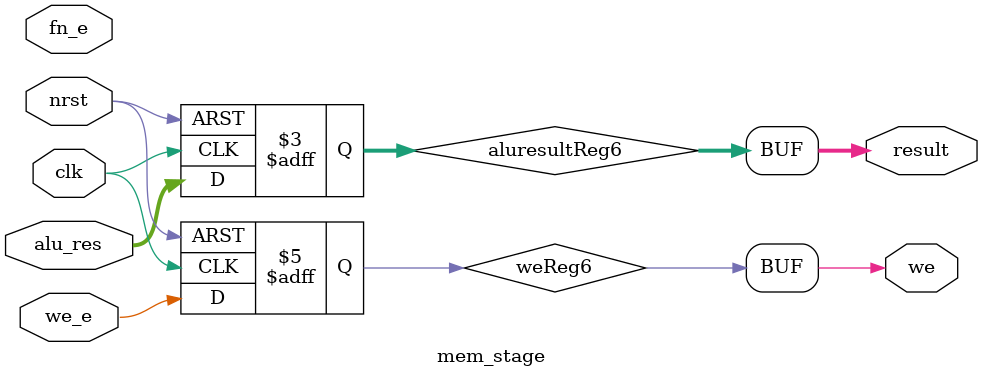
<source format=sv>
module mem_stage(
	input logic clk, nrst,
	input logic fn_e, we_e,
	input logic [31:0] alu_res, // inputs to mem stage (currently ALU result only)
	output logic [31:0] result, // final output that will be written back in register file PIPE #6
	output logic we
	);

	// registers
	logic [31:0] aluresultReg6;
	logic fnReg6, weReg6;
	
	// PIPE
	always_ff @(posedge clk, negedge nrst)
	  begin
		if (!nrst)
		  begin
			aluresultReg6 <= 0;
			fnReg6 	      <= 0;
			weReg6 	      <= 0;
		  end
		else
		  begin
			aluresultReg6 <= alu_res;
			fnReg6 	      <= fn_e;
			weReg6 	      <= we_e;
		  end
	  end
	
	// output (will be replaced by mux to select between data) and the selection signal is fnReg6
	assign result = aluresultReg6;
	
	assign we = weReg6;

endmodule

</source>
